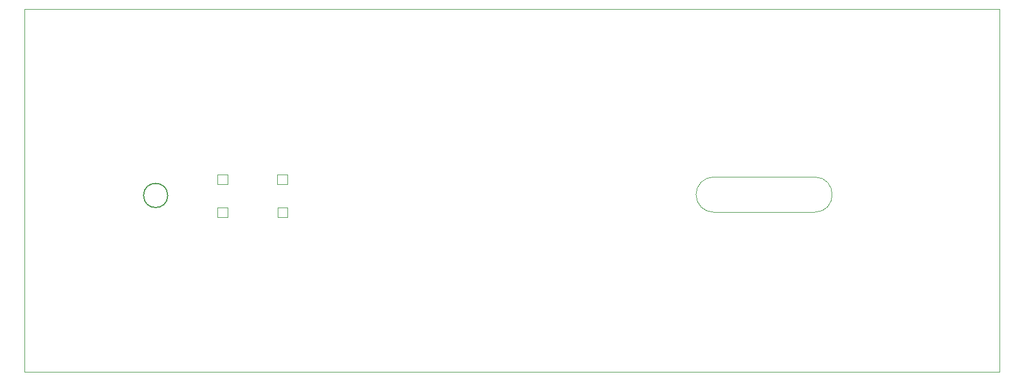
<source format=gbr>
%TF.GenerationSoftware,KiCad,Pcbnew,8.0.5*%
%TF.CreationDate,2025-08-28T07:35:49+02:00*%
%TF.ProjectId,SVX_Node_Case_front,5356585f-4e6f-4646-955f-436173655f66,rev?*%
%TF.SameCoordinates,Original*%
%TF.FileFunction,Profile,NP*%
%FSLAX46Y46*%
G04 Gerber Fmt 4.6, Leading zero omitted, Abs format (unit mm)*
G04 Created by KiCad (PCBNEW 8.0.5) date 2025-08-28 07:35:49*
%MOMM*%
%LPD*%
G01*
G04 APERTURE LIST*
%TA.AperFunction,Profile*%
%ADD10C,0.050000*%
%TD*%
%TA.AperFunction,Profile*%
%ADD11C,0.200000*%
%TD*%
G04 APERTURE END LIST*
D10*
X103220000Y-93570000D02*
X104720000Y-93570000D01*
X104720000Y-94970000D01*
X103220000Y-94970000D01*
X103220000Y-93570000D01*
X112120000Y-88660000D02*
X113620000Y-88660000D01*
X113620000Y-90060000D01*
X112120000Y-90060000D01*
X112120000Y-88660000D01*
X112130000Y-93570000D02*
X113630000Y-93570000D01*
X113630000Y-94970000D01*
X112130000Y-94970000D01*
X112130000Y-93570000D01*
X177000027Y-89000000D02*
X192000027Y-89000000D01*
D11*
X95800000Y-91750000D02*
G75*
G02*
X92200000Y-91750000I-1800000J0D01*
G01*
X92200000Y-91750000D02*
G75*
G02*
X95800000Y-91750000I1800000J0D01*
G01*
D10*
X192000027Y-89000000D02*
G75*
G02*
X192000027Y-94250000I-27J-2625000D01*
G01*
X74500000Y-64000000D02*
X219500000Y-64000000D01*
X219500000Y-118000000D01*
X74500000Y-118000000D01*
X74500000Y-64000000D01*
X103210000Y-88660000D02*
X104710000Y-88660000D01*
X104710000Y-90060000D01*
X103210000Y-90060000D01*
X103210000Y-88660000D01*
X177000027Y-94250000D02*
G75*
G02*
X177000027Y-89000000I-27J2625000D01*
G01*
X177000027Y-94250000D02*
X192000027Y-94250000D01*
M02*

</source>
